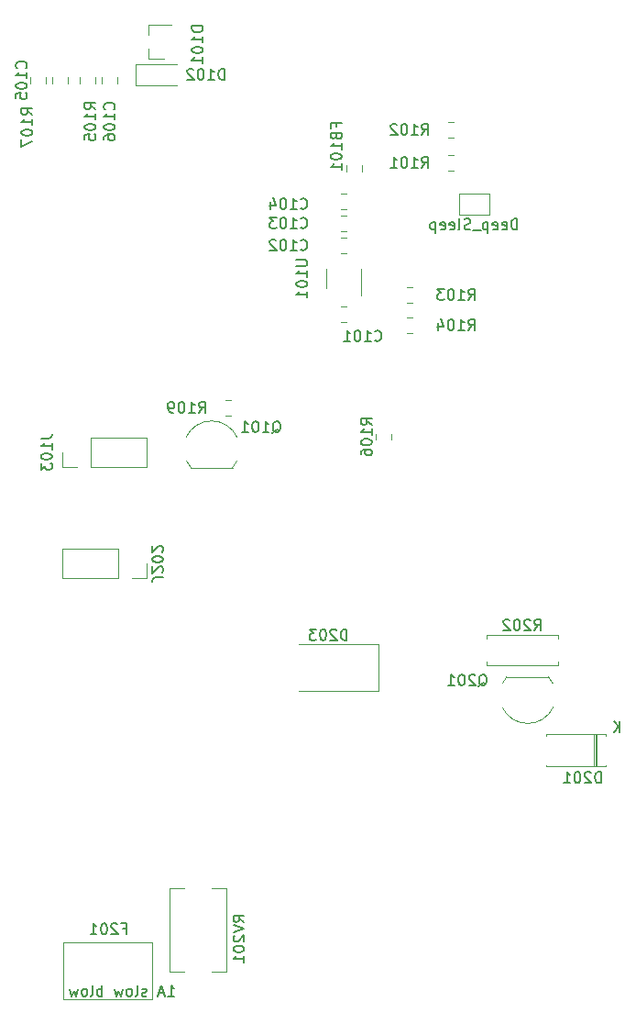
<source format=gbr>
%TF.GenerationSoftware,KiCad,Pcbnew,(5.1.5)-3*%
%TF.CreationDate,2021-07-21T11:08:43+02:00*%
%TF.ProjectId,cece-pcb,63656365-2d70-4636-922e-6b696361645f,rev?*%
%TF.SameCoordinates,Original*%
%TF.FileFunction,Legend,Bot*%
%TF.FilePolarity,Positive*%
%FSLAX46Y46*%
G04 Gerber Fmt 4.6, Leading zero omitted, Abs format (unit mm)*
G04 Created by KiCad (PCBNEW (5.1.5)-3) date 2021-07-21 11:08:43*
%MOMM*%
%LPD*%
G04 APERTURE LIST*
%ADD10C,0.120000*%
%ADD11C,0.150000*%
G04 APERTURE END LIST*
D10*
%TO.C,R109*%
X121921748Y-59488000D02*
X122444252Y-59488000D01*
X121921748Y-60908000D02*
X122444252Y-60908000D01*
%TO.C,Q101*%
X118347617Y-65120264D02*
G75*
G03X118740000Y-65708000I2302383J1112264D01*
G01*
X118293600Y-62909193D02*
G75*
G02X120650000Y-61408000I2356400J-1098807D01*
G01*
X123006400Y-62909193D02*
G75*
G03X120650000Y-61408000I-2356400J-1098807D01*
G01*
X122972631Y-65130045D02*
G75*
G02X122590000Y-65708000I-2322631J1122045D01*
G01*
X122590000Y-65708000D02*
X118740000Y-65708000D01*
%TO.C,R106*%
X135815000Y-63126252D02*
X135815000Y-62603748D01*
X137235000Y-63126252D02*
X137235000Y-62603748D01*
%TO.C,C104*%
X133103252Y-41858000D02*
X132580748Y-41858000D01*
X133103252Y-40438000D02*
X132580748Y-40438000D01*
%TO.C,D102*%
X113624000Y-30464000D02*
X117474000Y-30464000D01*
X113624000Y-28464000D02*
X117474000Y-28464000D01*
X113624000Y-30464000D02*
X113624000Y-28464000D01*
%TO.C,J202*%
X114614000Y-75879000D02*
X114614000Y-74549000D01*
X113284000Y-75879000D02*
X114614000Y-75879000D01*
X112014000Y-75879000D02*
X112014000Y-73219000D01*
X112014000Y-73219000D02*
X106874000Y-73219000D01*
X112014000Y-75879000D02*
X106874000Y-75879000D01*
X106874000Y-75879000D02*
X106874000Y-73219000D01*
%TO.C,J103*%
X106874000Y-64300000D02*
X106874000Y-65630000D01*
X106874000Y-65630000D02*
X108204000Y-65630000D01*
X109474000Y-65630000D02*
X114614000Y-65630000D01*
X114614000Y-62970000D02*
X114614000Y-65630000D01*
X109474000Y-62970000D02*
X114614000Y-62970000D01*
X109474000Y-62970000D02*
X109474000Y-65630000D01*
%TO.C,D101*%
X114810000Y-27996000D02*
X116270000Y-27996000D01*
X114810000Y-24836000D02*
X116970000Y-24836000D01*
X114810000Y-24836000D02*
X114810000Y-25766000D01*
X114810000Y-27996000D02*
X114810000Y-27066000D01*
%TO.C,U101*%
X134452000Y-47360000D02*
X134452000Y-49810000D01*
X131232000Y-49160000D02*
X131232000Y-47360000D01*
%TO.C,RV201*%
X118124000Y-104505000D02*
X116760000Y-104505000D01*
X122000000Y-104505000D02*
X120636000Y-104505000D01*
X118124000Y-112245000D02*
X116760000Y-112245000D01*
X122000000Y-112245000D02*
X120636000Y-112245000D01*
X116760000Y-112245000D02*
X116760000Y-104505000D01*
X122000000Y-112245000D02*
X122000000Y-104505000D01*
%TO.C,R202*%
X146082000Y-83920000D02*
X146082000Y-83590000D01*
X152622000Y-83920000D02*
X146082000Y-83920000D01*
X152622000Y-83590000D02*
X152622000Y-83920000D01*
X146082000Y-81180000D02*
X146082000Y-81510000D01*
X152622000Y-81180000D02*
X146082000Y-81180000D01*
X152622000Y-81510000D02*
X152622000Y-81180000D01*
%TO.C,R107*%
X107390000Y-29710748D02*
X107390000Y-30233252D01*
X105970000Y-29710748D02*
X105970000Y-30233252D01*
%TO.C,R105*%
X109930000Y-29710748D02*
X109930000Y-30233252D01*
X108510000Y-29710748D02*
X108510000Y-30233252D01*
%TO.C,R104*%
X139199252Y-53288000D02*
X138676748Y-53288000D01*
X139199252Y-51868000D02*
X138676748Y-51868000D01*
%TO.C,R103*%
X139199252Y-50494000D02*
X138676748Y-50494000D01*
X139199252Y-49074000D02*
X138676748Y-49074000D01*
%TO.C,R102*%
X143009252Y-35254000D02*
X142486748Y-35254000D01*
X143009252Y-33834000D02*
X142486748Y-33834000D01*
%TO.C,R101*%
X143009252Y-38302000D02*
X142486748Y-38302000D01*
X143009252Y-36882000D02*
X142486748Y-36882000D01*
%TO.C,Q201*%
X152162383Y-85612736D02*
G75*
G03X151770000Y-85025000I-2302383J-1112264D01*
G01*
X152216400Y-87823807D02*
G75*
G02X149860000Y-89325000I-2356400J1098807D01*
G01*
X147503600Y-87823807D02*
G75*
G03X149860000Y-89325000I2356400J1098807D01*
G01*
X147537369Y-85602955D02*
G75*
G02X147920000Y-85025000I2322631J-1122045D01*
G01*
X147920000Y-85025000D02*
X151770000Y-85025000D01*
%TO.C,JP103*%
X146292000Y-40402000D02*
X143492000Y-40402000D01*
X143492000Y-40402000D02*
X143492000Y-42402000D01*
X143492000Y-42402000D02*
X146292000Y-42402000D01*
X146292000Y-42402000D02*
X146292000Y-40402000D01*
%TO.C,FB101*%
X134568000Y-37838748D02*
X134568000Y-38361252D01*
X133148000Y-37838748D02*
X133148000Y-38361252D01*
%TO.C,F201*%
X106918000Y-109505000D02*
X106918000Y-114745000D01*
X115158000Y-109505000D02*
X115158000Y-114745000D01*
X115158000Y-114745000D02*
X106918000Y-114745000D01*
X115158000Y-109505000D02*
X106918000Y-109505000D01*
%TO.C,D203*%
X136045000Y-82035000D02*
X128745000Y-82035000D01*
X136045000Y-86335000D02*
X128745000Y-86335000D01*
X136045000Y-82035000D02*
X136045000Y-86335000D01*
%TO.C,D201*%
X156245000Y-90335000D02*
X156245000Y-93275000D01*
X156005000Y-90335000D02*
X156005000Y-93275000D01*
X156125000Y-90335000D02*
X156125000Y-93275000D01*
X151585000Y-93275000D02*
X151585000Y-93145000D01*
X157025000Y-93275000D02*
X151585000Y-93275000D01*
X157025000Y-93145000D02*
X157025000Y-93275000D01*
X151585000Y-90335000D02*
X151585000Y-90465000D01*
X157025000Y-90335000D02*
X151585000Y-90335000D01*
X157025000Y-90465000D02*
X157025000Y-90335000D01*
%TO.C,C106*%
X111962000Y-29710748D02*
X111962000Y-30233252D01*
X110542000Y-29710748D02*
X110542000Y-30233252D01*
%TO.C,C105*%
X103938000Y-30233252D02*
X103938000Y-29710748D01*
X105358000Y-30233252D02*
X105358000Y-29710748D01*
%TO.C,C103*%
X133103252Y-43890000D02*
X132580748Y-43890000D01*
X133103252Y-42470000D02*
X132580748Y-42470000D01*
%TO.C,C102*%
X133103252Y-45922000D02*
X132580748Y-45922000D01*
X133103252Y-44502000D02*
X132580748Y-44502000D01*
%TO.C,C101*%
X132589748Y-50852000D02*
X133112252Y-50852000D01*
X132589748Y-52272000D02*
X133112252Y-52272000D01*
%TO.C,R109*%
D11*
X119483047Y-60650380D02*
X119816380Y-60174190D01*
X120054476Y-60650380D02*
X120054476Y-59650380D01*
X119673523Y-59650380D01*
X119578285Y-59698000D01*
X119530666Y-59745619D01*
X119483047Y-59840857D01*
X119483047Y-59983714D01*
X119530666Y-60078952D01*
X119578285Y-60126571D01*
X119673523Y-60174190D01*
X120054476Y-60174190D01*
X118530666Y-60650380D02*
X119102095Y-60650380D01*
X118816380Y-60650380D02*
X118816380Y-59650380D01*
X118911619Y-59793238D01*
X119006857Y-59888476D01*
X119102095Y-59936095D01*
X117911619Y-59650380D02*
X117816380Y-59650380D01*
X117721142Y-59698000D01*
X117673523Y-59745619D01*
X117625904Y-59840857D01*
X117578285Y-60031333D01*
X117578285Y-60269428D01*
X117625904Y-60459904D01*
X117673523Y-60555142D01*
X117721142Y-60602761D01*
X117816380Y-60650380D01*
X117911619Y-60650380D01*
X118006857Y-60602761D01*
X118054476Y-60555142D01*
X118102095Y-60459904D01*
X118149714Y-60269428D01*
X118149714Y-60031333D01*
X118102095Y-59840857D01*
X118054476Y-59745619D01*
X118006857Y-59698000D01*
X117911619Y-59650380D01*
X117102095Y-60650380D02*
X116911619Y-60650380D01*
X116816380Y-60602761D01*
X116768761Y-60555142D01*
X116673523Y-60412285D01*
X116625904Y-60221809D01*
X116625904Y-59840857D01*
X116673523Y-59745619D01*
X116721142Y-59698000D01*
X116816380Y-59650380D01*
X117006857Y-59650380D01*
X117102095Y-59698000D01*
X117149714Y-59745619D01*
X117197333Y-59840857D01*
X117197333Y-60078952D01*
X117149714Y-60174190D01*
X117102095Y-60221809D01*
X117006857Y-60269428D01*
X116816380Y-60269428D01*
X116721142Y-60221809D01*
X116673523Y-60174190D01*
X116625904Y-60078952D01*
%TO.C,Q101*%
X126269619Y-62523619D02*
X126364857Y-62476000D01*
X126460095Y-62380761D01*
X126602952Y-62237904D01*
X126698190Y-62190285D01*
X126793428Y-62190285D01*
X126745809Y-62428380D02*
X126841047Y-62380761D01*
X126936285Y-62285523D01*
X126983904Y-62095047D01*
X126983904Y-61761714D01*
X126936285Y-61571238D01*
X126841047Y-61476000D01*
X126745809Y-61428380D01*
X126555333Y-61428380D01*
X126460095Y-61476000D01*
X126364857Y-61571238D01*
X126317238Y-61761714D01*
X126317238Y-62095047D01*
X126364857Y-62285523D01*
X126460095Y-62380761D01*
X126555333Y-62428380D01*
X126745809Y-62428380D01*
X125364857Y-62428380D02*
X125936285Y-62428380D01*
X125650571Y-62428380D02*
X125650571Y-61428380D01*
X125745809Y-61571238D01*
X125841047Y-61666476D01*
X125936285Y-61714095D01*
X124745809Y-61428380D02*
X124650571Y-61428380D01*
X124555333Y-61476000D01*
X124507714Y-61523619D01*
X124460095Y-61618857D01*
X124412476Y-61809333D01*
X124412476Y-62047428D01*
X124460095Y-62237904D01*
X124507714Y-62333142D01*
X124555333Y-62380761D01*
X124650571Y-62428380D01*
X124745809Y-62428380D01*
X124841047Y-62380761D01*
X124888666Y-62333142D01*
X124936285Y-62237904D01*
X124983904Y-62047428D01*
X124983904Y-61809333D01*
X124936285Y-61618857D01*
X124888666Y-61523619D01*
X124841047Y-61476000D01*
X124745809Y-61428380D01*
X123460095Y-62428380D02*
X124031523Y-62428380D01*
X123745809Y-62428380D02*
X123745809Y-61428380D01*
X123841047Y-61571238D01*
X123936285Y-61666476D01*
X124031523Y-61714095D01*
%TO.C,R106*%
X135453380Y-61745952D02*
X134977190Y-61412619D01*
X135453380Y-61174523D02*
X134453380Y-61174523D01*
X134453380Y-61555476D01*
X134501000Y-61650714D01*
X134548619Y-61698333D01*
X134643857Y-61745952D01*
X134786714Y-61745952D01*
X134881952Y-61698333D01*
X134929571Y-61650714D01*
X134977190Y-61555476D01*
X134977190Y-61174523D01*
X135453380Y-62698333D02*
X135453380Y-62126904D01*
X135453380Y-62412619D02*
X134453380Y-62412619D01*
X134596238Y-62317380D01*
X134691476Y-62222142D01*
X134739095Y-62126904D01*
X134453380Y-63317380D02*
X134453380Y-63412619D01*
X134501000Y-63507857D01*
X134548619Y-63555476D01*
X134643857Y-63603095D01*
X134834333Y-63650714D01*
X135072428Y-63650714D01*
X135262904Y-63603095D01*
X135358142Y-63555476D01*
X135405761Y-63507857D01*
X135453380Y-63412619D01*
X135453380Y-63317380D01*
X135405761Y-63222142D01*
X135358142Y-63174523D01*
X135262904Y-63126904D01*
X135072428Y-63079285D01*
X134834333Y-63079285D01*
X134643857Y-63126904D01*
X134548619Y-63174523D01*
X134501000Y-63222142D01*
X134453380Y-63317380D01*
X134453380Y-64507857D02*
X134453380Y-64317380D01*
X134501000Y-64222142D01*
X134548619Y-64174523D01*
X134691476Y-64079285D01*
X134881952Y-64031666D01*
X135262904Y-64031666D01*
X135358142Y-64079285D01*
X135405761Y-64126904D01*
X135453380Y-64222142D01*
X135453380Y-64412619D01*
X135405761Y-64507857D01*
X135358142Y-64555476D01*
X135262904Y-64603095D01*
X135024809Y-64603095D01*
X134929571Y-64555476D01*
X134881952Y-64507857D01*
X134834333Y-64412619D01*
X134834333Y-64222142D01*
X134881952Y-64126904D01*
X134929571Y-64079285D01*
X135024809Y-64031666D01*
%TO.C,C104*%
X128881047Y-41759142D02*
X128928666Y-41806761D01*
X129071523Y-41854380D01*
X129166761Y-41854380D01*
X129309619Y-41806761D01*
X129404857Y-41711523D01*
X129452476Y-41616285D01*
X129500095Y-41425809D01*
X129500095Y-41282952D01*
X129452476Y-41092476D01*
X129404857Y-40997238D01*
X129309619Y-40902000D01*
X129166761Y-40854380D01*
X129071523Y-40854380D01*
X128928666Y-40902000D01*
X128881047Y-40949619D01*
X127928666Y-41854380D02*
X128500095Y-41854380D01*
X128214380Y-41854380D02*
X128214380Y-40854380D01*
X128309619Y-40997238D01*
X128404857Y-41092476D01*
X128500095Y-41140095D01*
X127309619Y-40854380D02*
X127214380Y-40854380D01*
X127119142Y-40902000D01*
X127071523Y-40949619D01*
X127023904Y-41044857D01*
X126976285Y-41235333D01*
X126976285Y-41473428D01*
X127023904Y-41663904D01*
X127071523Y-41759142D01*
X127119142Y-41806761D01*
X127214380Y-41854380D01*
X127309619Y-41854380D01*
X127404857Y-41806761D01*
X127452476Y-41759142D01*
X127500095Y-41663904D01*
X127547714Y-41473428D01*
X127547714Y-41235333D01*
X127500095Y-41044857D01*
X127452476Y-40949619D01*
X127404857Y-40902000D01*
X127309619Y-40854380D01*
X126119142Y-41187714D02*
X126119142Y-41854380D01*
X126357238Y-40806761D02*
X126595333Y-41521047D01*
X125976285Y-41521047D01*
%TO.C,D102*%
X121832476Y-29916380D02*
X121832476Y-28916380D01*
X121594380Y-28916380D01*
X121451523Y-28964000D01*
X121356285Y-29059238D01*
X121308666Y-29154476D01*
X121261047Y-29344952D01*
X121261047Y-29487809D01*
X121308666Y-29678285D01*
X121356285Y-29773523D01*
X121451523Y-29868761D01*
X121594380Y-29916380D01*
X121832476Y-29916380D01*
X120308666Y-29916380D02*
X120880095Y-29916380D01*
X120594380Y-29916380D02*
X120594380Y-28916380D01*
X120689619Y-29059238D01*
X120784857Y-29154476D01*
X120880095Y-29202095D01*
X119689619Y-28916380D02*
X119594380Y-28916380D01*
X119499142Y-28964000D01*
X119451523Y-29011619D01*
X119403904Y-29106857D01*
X119356285Y-29297333D01*
X119356285Y-29535428D01*
X119403904Y-29725904D01*
X119451523Y-29821142D01*
X119499142Y-29868761D01*
X119594380Y-29916380D01*
X119689619Y-29916380D01*
X119784857Y-29868761D01*
X119832476Y-29821142D01*
X119880095Y-29725904D01*
X119927714Y-29535428D01*
X119927714Y-29297333D01*
X119880095Y-29106857D01*
X119832476Y-29011619D01*
X119784857Y-28964000D01*
X119689619Y-28916380D01*
X118975333Y-29011619D02*
X118927714Y-28964000D01*
X118832476Y-28916380D01*
X118594380Y-28916380D01*
X118499142Y-28964000D01*
X118451523Y-29011619D01*
X118403904Y-29106857D01*
X118403904Y-29202095D01*
X118451523Y-29344952D01*
X119022952Y-29916380D01*
X118403904Y-29916380D01*
%TO.C,J202*%
X116161619Y-75834714D02*
X115447333Y-75834714D01*
X115304476Y-75882333D01*
X115209238Y-75977571D01*
X115161619Y-76120428D01*
X115161619Y-76215666D01*
X116066380Y-75406142D02*
X116114000Y-75358523D01*
X116161619Y-75263285D01*
X116161619Y-75025190D01*
X116114000Y-74929952D01*
X116066380Y-74882333D01*
X115971142Y-74834714D01*
X115875904Y-74834714D01*
X115733047Y-74882333D01*
X115161619Y-75453761D01*
X115161619Y-74834714D01*
X116161619Y-74215666D02*
X116161619Y-74120428D01*
X116114000Y-74025190D01*
X116066380Y-73977571D01*
X115971142Y-73929952D01*
X115780666Y-73882333D01*
X115542571Y-73882333D01*
X115352095Y-73929952D01*
X115256857Y-73977571D01*
X115209238Y-74025190D01*
X115161619Y-74120428D01*
X115161619Y-74215666D01*
X115209238Y-74310904D01*
X115256857Y-74358523D01*
X115352095Y-74406142D01*
X115542571Y-74453761D01*
X115780666Y-74453761D01*
X115971142Y-74406142D01*
X116066380Y-74358523D01*
X116114000Y-74310904D01*
X116161619Y-74215666D01*
X116066380Y-73501380D02*
X116114000Y-73453761D01*
X116161619Y-73358523D01*
X116161619Y-73120428D01*
X116114000Y-73025190D01*
X116066380Y-72977571D01*
X115971142Y-72929952D01*
X115875904Y-72929952D01*
X115733047Y-72977571D01*
X115161619Y-73549000D01*
X115161619Y-72929952D01*
%TO.C,J103*%
X104886380Y-63014285D02*
X105600666Y-63014285D01*
X105743523Y-62966666D01*
X105838761Y-62871428D01*
X105886380Y-62728571D01*
X105886380Y-62633333D01*
X105886380Y-64014285D02*
X105886380Y-63442857D01*
X105886380Y-63728571D02*
X104886380Y-63728571D01*
X105029238Y-63633333D01*
X105124476Y-63538095D01*
X105172095Y-63442857D01*
X104886380Y-64633333D02*
X104886380Y-64728571D01*
X104934000Y-64823809D01*
X104981619Y-64871428D01*
X105076857Y-64919047D01*
X105267333Y-64966666D01*
X105505428Y-64966666D01*
X105695904Y-64919047D01*
X105791142Y-64871428D01*
X105838761Y-64823809D01*
X105886380Y-64728571D01*
X105886380Y-64633333D01*
X105838761Y-64538095D01*
X105791142Y-64490476D01*
X105695904Y-64442857D01*
X105505428Y-64395238D01*
X105267333Y-64395238D01*
X105076857Y-64442857D01*
X104981619Y-64490476D01*
X104934000Y-64538095D01*
X104886380Y-64633333D01*
X104886380Y-65300000D02*
X104886380Y-65919047D01*
X105267333Y-65585714D01*
X105267333Y-65728571D01*
X105314952Y-65823809D01*
X105362571Y-65871428D01*
X105457809Y-65919047D01*
X105695904Y-65919047D01*
X105791142Y-65871428D01*
X105838761Y-65823809D01*
X105886380Y-65728571D01*
X105886380Y-65442857D01*
X105838761Y-65347619D01*
X105791142Y-65300000D01*
%TO.C,D101*%
X119832380Y-24979523D02*
X118832380Y-24979523D01*
X118832380Y-25217619D01*
X118880000Y-25360476D01*
X118975238Y-25455714D01*
X119070476Y-25503333D01*
X119260952Y-25550952D01*
X119403809Y-25550952D01*
X119594285Y-25503333D01*
X119689523Y-25455714D01*
X119784761Y-25360476D01*
X119832380Y-25217619D01*
X119832380Y-24979523D01*
X119832380Y-26503333D02*
X119832380Y-25931904D01*
X119832380Y-26217619D02*
X118832380Y-26217619D01*
X118975238Y-26122380D01*
X119070476Y-26027142D01*
X119118095Y-25931904D01*
X118832380Y-27122380D02*
X118832380Y-27217619D01*
X118880000Y-27312857D01*
X118927619Y-27360476D01*
X119022857Y-27408095D01*
X119213333Y-27455714D01*
X119451428Y-27455714D01*
X119641904Y-27408095D01*
X119737142Y-27360476D01*
X119784761Y-27312857D01*
X119832380Y-27217619D01*
X119832380Y-27122380D01*
X119784761Y-27027142D01*
X119737142Y-26979523D01*
X119641904Y-26931904D01*
X119451428Y-26884285D01*
X119213333Y-26884285D01*
X119022857Y-26931904D01*
X118927619Y-26979523D01*
X118880000Y-27027142D01*
X118832380Y-27122380D01*
X119832380Y-28408095D02*
X119832380Y-27836666D01*
X119832380Y-28122380D02*
X118832380Y-28122380D01*
X118975238Y-28027142D01*
X119070476Y-27931904D01*
X119118095Y-27836666D01*
%TO.C,U101*%
X128484380Y-46545714D02*
X129293904Y-46545714D01*
X129389142Y-46593333D01*
X129436761Y-46640952D01*
X129484380Y-46736190D01*
X129484380Y-46926666D01*
X129436761Y-47021904D01*
X129389142Y-47069523D01*
X129293904Y-47117142D01*
X128484380Y-47117142D01*
X129484380Y-48117142D02*
X129484380Y-47545714D01*
X129484380Y-47831428D02*
X128484380Y-47831428D01*
X128627238Y-47736190D01*
X128722476Y-47640952D01*
X128770095Y-47545714D01*
X128484380Y-48736190D02*
X128484380Y-48831428D01*
X128532000Y-48926666D01*
X128579619Y-48974285D01*
X128674857Y-49021904D01*
X128865333Y-49069523D01*
X129103428Y-49069523D01*
X129293904Y-49021904D01*
X129389142Y-48974285D01*
X129436761Y-48926666D01*
X129484380Y-48831428D01*
X129484380Y-48736190D01*
X129436761Y-48640952D01*
X129389142Y-48593333D01*
X129293904Y-48545714D01*
X129103428Y-48498095D01*
X128865333Y-48498095D01*
X128674857Y-48545714D01*
X128579619Y-48593333D01*
X128532000Y-48640952D01*
X128484380Y-48736190D01*
X129484380Y-50021904D02*
X129484380Y-49450476D01*
X129484380Y-49736190D02*
X128484380Y-49736190D01*
X128627238Y-49640952D01*
X128722476Y-49545714D01*
X128770095Y-49450476D01*
%TO.C,RV201*%
X123652380Y-107652380D02*
X123176190Y-107319047D01*
X123652380Y-107080952D02*
X122652380Y-107080952D01*
X122652380Y-107461904D01*
X122700000Y-107557142D01*
X122747619Y-107604761D01*
X122842857Y-107652380D01*
X122985714Y-107652380D01*
X123080952Y-107604761D01*
X123128571Y-107557142D01*
X123176190Y-107461904D01*
X123176190Y-107080952D01*
X122652380Y-107938095D02*
X123652380Y-108271428D01*
X122652380Y-108604761D01*
X122747619Y-108890476D02*
X122700000Y-108938095D01*
X122652380Y-109033333D01*
X122652380Y-109271428D01*
X122700000Y-109366666D01*
X122747619Y-109414285D01*
X122842857Y-109461904D01*
X122938095Y-109461904D01*
X123080952Y-109414285D01*
X123652380Y-108842857D01*
X123652380Y-109461904D01*
X122652380Y-110080952D02*
X122652380Y-110176190D01*
X122700000Y-110271428D01*
X122747619Y-110319047D01*
X122842857Y-110366666D01*
X123033333Y-110414285D01*
X123271428Y-110414285D01*
X123461904Y-110366666D01*
X123557142Y-110319047D01*
X123604761Y-110271428D01*
X123652380Y-110176190D01*
X123652380Y-110080952D01*
X123604761Y-109985714D01*
X123557142Y-109938095D01*
X123461904Y-109890476D01*
X123271428Y-109842857D01*
X123033333Y-109842857D01*
X122842857Y-109890476D01*
X122747619Y-109938095D01*
X122700000Y-109985714D01*
X122652380Y-110080952D01*
X123652380Y-111366666D02*
X123652380Y-110795238D01*
X123652380Y-111080952D02*
X122652380Y-111080952D01*
X122795238Y-110985714D01*
X122890476Y-110890476D01*
X122938095Y-110795238D01*
%TO.C,R202*%
X150471047Y-80716380D02*
X150804380Y-80240190D01*
X151042476Y-80716380D02*
X151042476Y-79716380D01*
X150661523Y-79716380D01*
X150566285Y-79764000D01*
X150518666Y-79811619D01*
X150471047Y-79906857D01*
X150471047Y-80049714D01*
X150518666Y-80144952D01*
X150566285Y-80192571D01*
X150661523Y-80240190D01*
X151042476Y-80240190D01*
X150090095Y-79811619D02*
X150042476Y-79764000D01*
X149947238Y-79716380D01*
X149709142Y-79716380D01*
X149613904Y-79764000D01*
X149566285Y-79811619D01*
X149518666Y-79906857D01*
X149518666Y-80002095D01*
X149566285Y-80144952D01*
X150137714Y-80716380D01*
X149518666Y-80716380D01*
X148899619Y-79716380D02*
X148804380Y-79716380D01*
X148709142Y-79764000D01*
X148661523Y-79811619D01*
X148613904Y-79906857D01*
X148566285Y-80097333D01*
X148566285Y-80335428D01*
X148613904Y-80525904D01*
X148661523Y-80621142D01*
X148709142Y-80668761D01*
X148804380Y-80716380D01*
X148899619Y-80716380D01*
X148994857Y-80668761D01*
X149042476Y-80621142D01*
X149090095Y-80525904D01*
X149137714Y-80335428D01*
X149137714Y-80097333D01*
X149090095Y-79906857D01*
X149042476Y-79811619D01*
X148994857Y-79764000D01*
X148899619Y-79716380D01*
X148185333Y-79811619D02*
X148137714Y-79764000D01*
X148042476Y-79716380D01*
X147804380Y-79716380D01*
X147709142Y-79764000D01*
X147661523Y-79811619D01*
X147613904Y-79906857D01*
X147613904Y-80002095D01*
X147661523Y-80144952D01*
X148232952Y-80716380D01*
X147613904Y-80716380D01*
%TO.C,R107*%
X104084380Y-33170952D02*
X103608190Y-32837619D01*
X104084380Y-32599523D02*
X103084380Y-32599523D01*
X103084380Y-32980476D01*
X103132000Y-33075714D01*
X103179619Y-33123333D01*
X103274857Y-33170952D01*
X103417714Y-33170952D01*
X103512952Y-33123333D01*
X103560571Y-33075714D01*
X103608190Y-32980476D01*
X103608190Y-32599523D01*
X104084380Y-34123333D02*
X104084380Y-33551904D01*
X104084380Y-33837619D02*
X103084380Y-33837619D01*
X103227238Y-33742380D01*
X103322476Y-33647142D01*
X103370095Y-33551904D01*
X103084380Y-34742380D02*
X103084380Y-34837619D01*
X103132000Y-34932857D01*
X103179619Y-34980476D01*
X103274857Y-35028095D01*
X103465333Y-35075714D01*
X103703428Y-35075714D01*
X103893904Y-35028095D01*
X103989142Y-34980476D01*
X104036761Y-34932857D01*
X104084380Y-34837619D01*
X104084380Y-34742380D01*
X104036761Y-34647142D01*
X103989142Y-34599523D01*
X103893904Y-34551904D01*
X103703428Y-34504285D01*
X103465333Y-34504285D01*
X103274857Y-34551904D01*
X103179619Y-34599523D01*
X103132000Y-34647142D01*
X103084380Y-34742380D01*
X103084380Y-35409047D02*
X103084380Y-36075714D01*
X104084380Y-35647142D01*
%TO.C,R105*%
X109926380Y-32662952D02*
X109450190Y-32329619D01*
X109926380Y-32091523D02*
X108926380Y-32091523D01*
X108926380Y-32472476D01*
X108974000Y-32567714D01*
X109021619Y-32615333D01*
X109116857Y-32662952D01*
X109259714Y-32662952D01*
X109354952Y-32615333D01*
X109402571Y-32567714D01*
X109450190Y-32472476D01*
X109450190Y-32091523D01*
X109926380Y-33615333D02*
X109926380Y-33043904D01*
X109926380Y-33329619D02*
X108926380Y-33329619D01*
X109069238Y-33234380D01*
X109164476Y-33139142D01*
X109212095Y-33043904D01*
X108926380Y-34234380D02*
X108926380Y-34329619D01*
X108974000Y-34424857D01*
X109021619Y-34472476D01*
X109116857Y-34520095D01*
X109307333Y-34567714D01*
X109545428Y-34567714D01*
X109735904Y-34520095D01*
X109831142Y-34472476D01*
X109878761Y-34424857D01*
X109926380Y-34329619D01*
X109926380Y-34234380D01*
X109878761Y-34139142D01*
X109831142Y-34091523D01*
X109735904Y-34043904D01*
X109545428Y-33996285D01*
X109307333Y-33996285D01*
X109116857Y-34043904D01*
X109021619Y-34091523D01*
X108974000Y-34139142D01*
X108926380Y-34234380D01*
X108926380Y-35472476D02*
X108926380Y-34996285D01*
X109402571Y-34948666D01*
X109354952Y-34996285D01*
X109307333Y-35091523D01*
X109307333Y-35329619D01*
X109354952Y-35424857D01*
X109402571Y-35472476D01*
X109497809Y-35520095D01*
X109735904Y-35520095D01*
X109831142Y-35472476D01*
X109878761Y-35424857D01*
X109926380Y-35329619D01*
X109926380Y-35091523D01*
X109878761Y-34996285D01*
X109831142Y-34948666D01*
%TO.C,R104*%
X144375047Y-53030380D02*
X144708380Y-52554190D01*
X144946476Y-53030380D02*
X144946476Y-52030380D01*
X144565523Y-52030380D01*
X144470285Y-52078000D01*
X144422666Y-52125619D01*
X144375047Y-52220857D01*
X144375047Y-52363714D01*
X144422666Y-52458952D01*
X144470285Y-52506571D01*
X144565523Y-52554190D01*
X144946476Y-52554190D01*
X143422666Y-53030380D02*
X143994095Y-53030380D01*
X143708380Y-53030380D02*
X143708380Y-52030380D01*
X143803619Y-52173238D01*
X143898857Y-52268476D01*
X143994095Y-52316095D01*
X142803619Y-52030380D02*
X142708380Y-52030380D01*
X142613142Y-52078000D01*
X142565523Y-52125619D01*
X142517904Y-52220857D01*
X142470285Y-52411333D01*
X142470285Y-52649428D01*
X142517904Y-52839904D01*
X142565523Y-52935142D01*
X142613142Y-52982761D01*
X142708380Y-53030380D01*
X142803619Y-53030380D01*
X142898857Y-52982761D01*
X142946476Y-52935142D01*
X142994095Y-52839904D01*
X143041714Y-52649428D01*
X143041714Y-52411333D01*
X142994095Y-52220857D01*
X142946476Y-52125619D01*
X142898857Y-52078000D01*
X142803619Y-52030380D01*
X141613142Y-52363714D02*
X141613142Y-53030380D01*
X141851238Y-51982761D02*
X142089333Y-52697047D01*
X141470285Y-52697047D01*
%TO.C,R103*%
X144375047Y-50236380D02*
X144708380Y-49760190D01*
X144946476Y-50236380D02*
X144946476Y-49236380D01*
X144565523Y-49236380D01*
X144470285Y-49284000D01*
X144422666Y-49331619D01*
X144375047Y-49426857D01*
X144375047Y-49569714D01*
X144422666Y-49664952D01*
X144470285Y-49712571D01*
X144565523Y-49760190D01*
X144946476Y-49760190D01*
X143422666Y-50236380D02*
X143994095Y-50236380D01*
X143708380Y-50236380D02*
X143708380Y-49236380D01*
X143803619Y-49379238D01*
X143898857Y-49474476D01*
X143994095Y-49522095D01*
X142803619Y-49236380D02*
X142708380Y-49236380D01*
X142613142Y-49284000D01*
X142565523Y-49331619D01*
X142517904Y-49426857D01*
X142470285Y-49617333D01*
X142470285Y-49855428D01*
X142517904Y-50045904D01*
X142565523Y-50141142D01*
X142613142Y-50188761D01*
X142708380Y-50236380D01*
X142803619Y-50236380D01*
X142898857Y-50188761D01*
X142946476Y-50141142D01*
X142994095Y-50045904D01*
X143041714Y-49855428D01*
X143041714Y-49617333D01*
X142994095Y-49426857D01*
X142946476Y-49331619D01*
X142898857Y-49284000D01*
X142803619Y-49236380D01*
X142136952Y-49236380D02*
X141517904Y-49236380D01*
X141851238Y-49617333D01*
X141708380Y-49617333D01*
X141613142Y-49664952D01*
X141565523Y-49712571D01*
X141517904Y-49807809D01*
X141517904Y-50045904D01*
X141565523Y-50141142D01*
X141613142Y-50188761D01*
X141708380Y-50236380D01*
X141994095Y-50236380D01*
X142089333Y-50188761D01*
X142136952Y-50141142D01*
%TO.C,R102*%
X140057047Y-34996380D02*
X140390380Y-34520190D01*
X140628476Y-34996380D02*
X140628476Y-33996380D01*
X140247523Y-33996380D01*
X140152285Y-34044000D01*
X140104666Y-34091619D01*
X140057047Y-34186857D01*
X140057047Y-34329714D01*
X140104666Y-34424952D01*
X140152285Y-34472571D01*
X140247523Y-34520190D01*
X140628476Y-34520190D01*
X139104666Y-34996380D02*
X139676095Y-34996380D01*
X139390380Y-34996380D02*
X139390380Y-33996380D01*
X139485619Y-34139238D01*
X139580857Y-34234476D01*
X139676095Y-34282095D01*
X138485619Y-33996380D02*
X138390380Y-33996380D01*
X138295142Y-34044000D01*
X138247523Y-34091619D01*
X138199904Y-34186857D01*
X138152285Y-34377333D01*
X138152285Y-34615428D01*
X138199904Y-34805904D01*
X138247523Y-34901142D01*
X138295142Y-34948761D01*
X138390380Y-34996380D01*
X138485619Y-34996380D01*
X138580857Y-34948761D01*
X138628476Y-34901142D01*
X138676095Y-34805904D01*
X138723714Y-34615428D01*
X138723714Y-34377333D01*
X138676095Y-34186857D01*
X138628476Y-34091619D01*
X138580857Y-34044000D01*
X138485619Y-33996380D01*
X137771333Y-34091619D02*
X137723714Y-34044000D01*
X137628476Y-33996380D01*
X137390380Y-33996380D01*
X137295142Y-34044000D01*
X137247523Y-34091619D01*
X137199904Y-34186857D01*
X137199904Y-34282095D01*
X137247523Y-34424952D01*
X137818952Y-34996380D01*
X137199904Y-34996380D01*
%TO.C,R101*%
X140057047Y-38044380D02*
X140390380Y-37568190D01*
X140628476Y-38044380D02*
X140628476Y-37044380D01*
X140247523Y-37044380D01*
X140152285Y-37092000D01*
X140104666Y-37139619D01*
X140057047Y-37234857D01*
X140057047Y-37377714D01*
X140104666Y-37472952D01*
X140152285Y-37520571D01*
X140247523Y-37568190D01*
X140628476Y-37568190D01*
X139104666Y-38044380D02*
X139676095Y-38044380D01*
X139390380Y-38044380D02*
X139390380Y-37044380D01*
X139485619Y-37187238D01*
X139580857Y-37282476D01*
X139676095Y-37330095D01*
X138485619Y-37044380D02*
X138390380Y-37044380D01*
X138295142Y-37092000D01*
X138247523Y-37139619D01*
X138199904Y-37234857D01*
X138152285Y-37425333D01*
X138152285Y-37663428D01*
X138199904Y-37853904D01*
X138247523Y-37949142D01*
X138295142Y-37996761D01*
X138390380Y-38044380D01*
X138485619Y-38044380D01*
X138580857Y-37996761D01*
X138628476Y-37949142D01*
X138676095Y-37853904D01*
X138723714Y-37663428D01*
X138723714Y-37425333D01*
X138676095Y-37234857D01*
X138628476Y-37139619D01*
X138580857Y-37092000D01*
X138485619Y-37044380D01*
X137199904Y-38044380D02*
X137771333Y-38044380D01*
X137485619Y-38044380D02*
X137485619Y-37044380D01*
X137580857Y-37187238D01*
X137676095Y-37282476D01*
X137771333Y-37330095D01*
%TO.C,Q201*%
X145319619Y-85891619D02*
X145414857Y-85844000D01*
X145510095Y-85748761D01*
X145652952Y-85605904D01*
X145748190Y-85558285D01*
X145843428Y-85558285D01*
X145795809Y-85796380D02*
X145891047Y-85748761D01*
X145986285Y-85653523D01*
X146033904Y-85463047D01*
X146033904Y-85129714D01*
X145986285Y-84939238D01*
X145891047Y-84844000D01*
X145795809Y-84796380D01*
X145605333Y-84796380D01*
X145510095Y-84844000D01*
X145414857Y-84939238D01*
X145367238Y-85129714D01*
X145367238Y-85463047D01*
X145414857Y-85653523D01*
X145510095Y-85748761D01*
X145605333Y-85796380D01*
X145795809Y-85796380D01*
X144986285Y-84891619D02*
X144938666Y-84844000D01*
X144843428Y-84796380D01*
X144605333Y-84796380D01*
X144510095Y-84844000D01*
X144462476Y-84891619D01*
X144414857Y-84986857D01*
X144414857Y-85082095D01*
X144462476Y-85224952D01*
X145033904Y-85796380D01*
X144414857Y-85796380D01*
X143795809Y-84796380D02*
X143700571Y-84796380D01*
X143605333Y-84844000D01*
X143557714Y-84891619D01*
X143510095Y-84986857D01*
X143462476Y-85177333D01*
X143462476Y-85415428D01*
X143510095Y-85605904D01*
X143557714Y-85701142D01*
X143605333Y-85748761D01*
X143700571Y-85796380D01*
X143795809Y-85796380D01*
X143891047Y-85748761D01*
X143938666Y-85701142D01*
X143986285Y-85605904D01*
X144033904Y-85415428D01*
X144033904Y-85177333D01*
X143986285Y-84986857D01*
X143938666Y-84891619D01*
X143891047Y-84844000D01*
X143795809Y-84796380D01*
X142510095Y-85796380D02*
X143081523Y-85796380D01*
X142795809Y-85796380D02*
X142795809Y-84796380D01*
X142891047Y-84939238D01*
X142986285Y-85034476D01*
X143081523Y-85082095D01*
%TO.C,JP103*%
X148892000Y-43754380D02*
X148892000Y-42754380D01*
X148653904Y-42754380D01*
X148511047Y-42802000D01*
X148415809Y-42897238D01*
X148368190Y-42992476D01*
X148320571Y-43182952D01*
X148320571Y-43325809D01*
X148368190Y-43516285D01*
X148415809Y-43611523D01*
X148511047Y-43706761D01*
X148653904Y-43754380D01*
X148892000Y-43754380D01*
X147511047Y-43706761D02*
X147606285Y-43754380D01*
X147796761Y-43754380D01*
X147892000Y-43706761D01*
X147939619Y-43611523D01*
X147939619Y-43230571D01*
X147892000Y-43135333D01*
X147796761Y-43087714D01*
X147606285Y-43087714D01*
X147511047Y-43135333D01*
X147463428Y-43230571D01*
X147463428Y-43325809D01*
X147939619Y-43421047D01*
X146653904Y-43706761D02*
X146749142Y-43754380D01*
X146939619Y-43754380D01*
X147034857Y-43706761D01*
X147082476Y-43611523D01*
X147082476Y-43230571D01*
X147034857Y-43135333D01*
X146939619Y-43087714D01*
X146749142Y-43087714D01*
X146653904Y-43135333D01*
X146606285Y-43230571D01*
X146606285Y-43325809D01*
X147082476Y-43421047D01*
X146177714Y-43087714D02*
X146177714Y-44087714D01*
X146177714Y-43135333D02*
X146082476Y-43087714D01*
X145892000Y-43087714D01*
X145796761Y-43135333D01*
X145749142Y-43182952D01*
X145701523Y-43278190D01*
X145701523Y-43563904D01*
X145749142Y-43659142D01*
X145796761Y-43706761D01*
X145892000Y-43754380D01*
X146082476Y-43754380D01*
X146177714Y-43706761D01*
X145511047Y-43849619D02*
X144749142Y-43849619D01*
X144558666Y-43706761D02*
X144415809Y-43754380D01*
X144177714Y-43754380D01*
X144082476Y-43706761D01*
X144034857Y-43659142D01*
X143987238Y-43563904D01*
X143987238Y-43468666D01*
X144034857Y-43373428D01*
X144082476Y-43325809D01*
X144177714Y-43278190D01*
X144368190Y-43230571D01*
X144463428Y-43182952D01*
X144511047Y-43135333D01*
X144558666Y-43040095D01*
X144558666Y-42944857D01*
X144511047Y-42849619D01*
X144463428Y-42802000D01*
X144368190Y-42754380D01*
X144130095Y-42754380D01*
X143987238Y-42802000D01*
X143415809Y-43754380D02*
X143511047Y-43706761D01*
X143558666Y-43611523D01*
X143558666Y-42754380D01*
X142653904Y-43706761D02*
X142749142Y-43754380D01*
X142939619Y-43754380D01*
X143034857Y-43706761D01*
X143082476Y-43611523D01*
X143082476Y-43230571D01*
X143034857Y-43135333D01*
X142939619Y-43087714D01*
X142749142Y-43087714D01*
X142653904Y-43135333D01*
X142606285Y-43230571D01*
X142606285Y-43325809D01*
X143082476Y-43421047D01*
X141796761Y-43706761D02*
X141892000Y-43754380D01*
X142082476Y-43754380D01*
X142177714Y-43706761D01*
X142225333Y-43611523D01*
X142225333Y-43230571D01*
X142177714Y-43135333D01*
X142082476Y-43087714D01*
X141892000Y-43087714D01*
X141796761Y-43135333D01*
X141749142Y-43230571D01*
X141749142Y-43325809D01*
X142225333Y-43421047D01*
X141320571Y-43087714D02*
X141320571Y-44087714D01*
X141320571Y-43135333D02*
X141225333Y-43087714D01*
X141034857Y-43087714D01*
X140939619Y-43135333D01*
X140892000Y-43182952D01*
X140844380Y-43278190D01*
X140844380Y-43563904D01*
X140892000Y-43659142D01*
X140939619Y-43706761D01*
X141034857Y-43754380D01*
X141225333Y-43754380D01*
X141320571Y-43706761D01*
%TO.C,FB101*%
X132136571Y-34282285D02*
X132136571Y-33948952D01*
X132660380Y-33948952D02*
X131660380Y-33948952D01*
X131660380Y-34425142D01*
X132136571Y-35139428D02*
X132184190Y-35282285D01*
X132231809Y-35329904D01*
X132327047Y-35377523D01*
X132469904Y-35377523D01*
X132565142Y-35329904D01*
X132612761Y-35282285D01*
X132660380Y-35187047D01*
X132660380Y-34806095D01*
X131660380Y-34806095D01*
X131660380Y-35139428D01*
X131708000Y-35234666D01*
X131755619Y-35282285D01*
X131850857Y-35329904D01*
X131946095Y-35329904D01*
X132041333Y-35282285D01*
X132088952Y-35234666D01*
X132136571Y-35139428D01*
X132136571Y-34806095D01*
X132660380Y-36329904D02*
X132660380Y-35758476D01*
X132660380Y-36044190D02*
X131660380Y-36044190D01*
X131803238Y-35948952D01*
X131898476Y-35853714D01*
X131946095Y-35758476D01*
X131660380Y-36948952D02*
X131660380Y-37044190D01*
X131708000Y-37139428D01*
X131755619Y-37187047D01*
X131850857Y-37234666D01*
X132041333Y-37282285D01*
X132279428Y-37282285D01*
X132469904Y-37234666D01*
X132565142Y-37187047D01*
X132612761Y-37139428D01*
X132660380Y-37044190D01*
X132660380Y-36948952D01*
X132612761Y-36853714D01*
X132565142Y-36806095D01*
X132469904Y-36758476D01*
X132279428Y-36710857D01*
X132041333Y-36710857D01*
X131850857Y-36758476D01*
X131755619Y-36806095D01*
X131708000Y-36853714D01*
X131660380Y-36948952D01*
X132660380Y-38234666D02*
X132660380Y-37663238D01*
X132660380Y-37948952D02*
X131660380Y-37948952D01*
X131803238Y-37853714D01*
X131898476Y-37758476D01*
X131946095Y-37663238D01*
%TO.C,F201*%
X112410714Y-108243571D02*
X112744047Y-108243571D01*
X112744047Y-108767380D02*
X112744047Y-107767380D01*
X112267857Y-107767380D01*
X111934523Y-107862619D02*
X111886904Y-107815000D01*
X111791666Y-107767380D01*
X111553571Y-107767380D01*
X111458333Y-107815000D01*
X111410714Y-107862619D01*
X111363095Y-107957857D01*
X111363095Y-108053095D01*
X111410714Y-108195952D01*
X111982142Y-108767380D01*
X111363095Y-108767380D01*
X110744047Y-107767380D02*
X110648809Y-107767380D01*
X110553571Y-107815000D01*
X110505952Y-107862619D01*
X110458333Y-107957857D01*
X110410714Y-108148333D01*
X110410714Y-108386428D01*
X110458333Y-108576904D01*
X110505952Y-108672142D01*
X110553571Y-108719761D01*
X110648809Y-108767380D01*
X110744047Y-108767380D01*
X110839285Y-108719761D01*
X110886904Y-108672142D01*
X110934523Y-108576904D01*
X110982142Y-108386428D01*
X110982142Y-108148333D01*
X110934523Y-107957857D01*
X110886904Y-107862619D01*
X110839285Y-107815000D01*
X110744047Y-107767380D01*
X109458333Y-108767380D02*
X110029761Y-108767380D01*
X109744047Y-108767380D02*
X109744047Y-107767380D01*
X109839285Y-107910238D01*
X109934523Y-108005476D01*
X110029761Y-108053095D01*
X116633095Y-114482380D02*
X117204523Y-114482380D01*
X116918809Y-114482380D02*
X116918809Y-113482380D01*
X117014047Y-113625238D01*
X117109285Y-113720476D01*
X117204523Y-113768095D01*
X116252142Y-114196666D02*
X115775952Y-114196666D01*
X116347380Y-114482380D02*
X116014047Y-113482380D01*
X115680714Y-114482380D01*
X114633095Y-114434761D02*
X114537857Y-114482380D01*
X114347380Y-114482380D01*
X114252142Y-114434761D01*
X114204523Y-114339523D01*
X114204523Y-114291904D01*
X114252142Y-114196666D01*
X114347380Y-114149047D01*
X114490238Y-114149047D01*
X114585476Y-114101428D01*
X114633095Y-114006190D01*
X114633095Y-113958571D01*
X114585476Y-113863333D01*
X114490238Y-113815714D01*
X114347380Y-113815714D01*
X114252142Y-113863333D01*
X113633095Y-114482380D02*
X113728333Y-114434761D01*
X113775952Y-114339523D01*
X113775952Y-113482380D01*
X113109285Y-114482380D02*
X113204523Y-114434761D01*
X113252142Y-114387142D01*
X113299761Y-114291904D01*
X113299761Y-114006190D01*
X113252142Y-113910952D01*
X113204523Y-113863333D01*
X113109285Y-113815714D01*
X112966428Y-113815714D01*
X112871190Y-113863333D01*
X112823571Y-113910952D01*
X112775952Y-114006190D01*
X112775952Y-114291904D01*
X112823571Y-114387142D01*
X112871190Y-114434761D01*
X112966428Y-114482380D01*
X113109285Y-114482380D01*
X112442619Y-113815714D02*
X112252142Y-114482380D01*
X112061666Y-114006190D01*
X111871190Y-114482380D01*
X111680714Y-113815714D01*
X110537857Y-114482380D02*
X110537857Y-113482380D01*
X110537857Y-113863333D02*
X110442619Y-113815714D01*
X110252142Y-113815714D01*
X110156904Y-113863333D01*
X110109285Y-113910952D01*
X110061666Y-114006190D01*
X110061666Y-114291904D01*
X110109285Y-114387142D01*
X110156904Y-114434761D01*
X110252142Y-114482380D01*
X110442619Y-114482380D01*
X110537857Y-114434761D01*
X109490238Y-114482380D02*
X109585476Y-114434761D01*
X109633095Y-114339523D01*
X109633095Y-113482380D01*
X108966428Y-114482380D02*
X109061666Y-114434761D01*
X109109285Y-114387142D01*
X109156904Y-114291904D01*
X109156904Y-114006190D01*
X109109285Y-113910952D01*
X109061666Y-113863333D01*
X108966428Y-113815714D01*
X108823571Y-113815714D01*
X108728333Y-113863333D01*
X108680714Y-113910952D01*
X108633095Y-114006190D01*
X108633095Y-114291904D01*
X108680714Y-114387142D01*
X108728333Y-114434761D01*
X108823571Y-114482380D01*
X108966428Y-114482380D01*
X108299761Y-113815714D02*
X108109285Y-114482380D01*
X107918809Y-114006190D01*
X107728333Y-114482380D01*
X107537857Y-113815714D01*
%TO.C,D203*%
X133135476Y-81637380D02*
X133135476Y-80637380D01*
X132897380Y-80637380D01*
X132754523Y-80685000D01*
X132659285Y-80780238D01*
X132611666Y-80875476D01*
X132564047Y-81065952D01*
X132564047Y-81208809D01*
X132611666Y-81399285D01*
X132659285Y-81494523D01*
X132754523Y-81589761D01*
X132897380Y-81637380D01*
X133135476Y-81637380D01*
X132183095Y-80732619D02*
X132135476Y-80685000D01*
X132040238Y-80637380D01*
X131802142Y-80637380D01*
X131706904Y-80685000D01*
X131659285Y-80732619D01*
X131611666Y-80827857D01*
X131611666Y-80923095D01*
X131659285Y-81065952D01*
X132230714Y-81637380D01*
X131611666Y-81637380D01*
X130992619Y-80637380D02*
X130897380Y-80637380D01*
X130802142Y-80685000D01*
X130754523Y-80732619D01*
X130706904Y-80827857D01*
X130659285Y-81018333D01*
X130659285Y-81256428D01*
X130706904Y-81446904D01*
X130754523Y-81542142D01*
X130802142Y-81589761D01*
X130897380Y-81637380D01*
X130992619Y-81637380D01*
X131087857Y-81589761D01*
X131135476Y-81542142D01*
X131183095Y-81446904D01*
X131230714Y-81256428D01*
X131230714Y-81018333D01*
X131183095Y-80827857D01*
X131135476Y-80732619D01*
X131087857Y-80685000D01*
X130992619Y-80637380D01*
X130325952Y-80637380D02*
X129706904Y-80637380D01*
X130040238Y-81018333D01*
X129897380Y-81018333D01*
X129802142Y-81065952D01*
X129754523Y-81113571D01*
X129706904Y-81208809D01*
X129706904Y-81446904D01*
X129754523Y-81542142D01*
X129802142Y-81589761D01*
X129897380Y-81637380D01*
X130183095Y-81637380D01*
X130278333Y-81589761D01*
X130325952Y-81542142D01*
%TO.C,D201*%
X156630476Y-94797380D02*
X156630476Y-93797380D01*
X156392380Y-93797380D01*
X156249523Y-93845000D01*
X156154285Y-93940238D01*
X156106666Y-94035476D01*
X156059047Y-94225952D01*
X156059047Y-94368809D01*
X156106666Y-94559285D01*
X156154285Y-94654523D01*
X156249523Y-94749761D01*
X156392380Y-94797380D01*
X156630476Y-94797380D01*
X155678095Y-93892619D02*
X155630476Y-93845000D01*
X155535238Y-93797380D01*
X155297142Y-93797380D01*
X155201904Y-93845000D01*
X155154285Y-93892619D01*
X155106666Y-93987857D01*
X155106666Y-94083095D01*
X155154285Y-94225952D01*
X155725714Y-94797380D01*
X155106666Y-94797380D01*
X154487619Y-93797380D02*
X154392380Y-93797380D01*
X154297142Y-93845000D01*
X154249523Y-93892619D01*
X154201904Y-93987857D01*
X154154285Y-94178333D01*
X154154285Y-94416428D01*
X154201904Y-94606904D01*
X154249523Y-94702142D01*
X154297142Y-94749761D01*
X154392380Y-94797380D01*
X154487619Y-94797380D01*
X154582857Y-94749761D01*
X154630476Y-94702142D01*
X154678095Y-94606904D01*
X154725714Y-94416428D01*
X154725714Y-94178333D01*
X154678095Y-93987857D01*
X154630476Y-93892619D01*
X154582857Y-93845000D01*
X154487619Y-93797380D01*
X153201904Y-94797380D02*
X153773333Y-94797380D01*
X153487619Y-94797380D02*
X153487619Y-93797380D01*
X153582857Y-93940238D01*
X153678095Y-94035476D01*
X153773333Y-94083095D01*
X158376904Y-90157380D02*
X158376904Y-89157380D01*
X157805476Y-90157380D02*
X158234047Y-89585952D01*
X157805476Y-89157380D02*
X158376904Y-89728809D01*
%TO.C,C106*%
X111609142Y-32662952D02*
X111656761Y-32615333D01*
X111704380Y-32472476D01*
X111704380Y-32377238D01*
X111656761Y-32234380D01*
X111561523Y-32139142D01*
X111466285Y-32091523D01*
X111275809Y-32043904D01*
X111132952Y-32043904D01*
X110942476Y-32091523D01*
X110847238Y-32139142D01*
X110752000Y-32234380D01*
X110704380Y-32377238D01*
X110704380Y-32472476D01*
X110752000Y-32615333D01*
X110799619Y-32662952D01*
X111704380Y-33615333D02*
X111704380Y-33043904D01*
X111704380Y-33329619D02*
X110704380Y-33329619D01*
X110847238Y-33234380D01*
X110942476Y-33139142D01*
X110990095Y-33043904D01*
X110704380Y-34234380D02*
X110704380Y-34329619D01*
X110752000Y-34424857D01*
X110799619Y-34472476D01*
X110894857Y-34520095D01*
X111085333Y-34567714D01*
X111323428Y-34567714D01*
X111513904Y-34520095D01*
X111609142Y-34472476D01*
X111656761Y-34424857D01*
X111704380Y-34329619D01*
X111704380Y-34234380D01*
X111656761Y-34139142D01*
X111609142Y-34091523D01*
X111513904Y-34043904D01*
X111323428Y-33996285D01*
X111085333Y-33996285D01*
X110894857Y-34043904D01*
X110799619Y-34091523D01*
X110752000Y-34139142D01*
X110704380Y-34234380D01*
X110704380Y-35424857D02*
X110704380Y-35234380D01*
X110752000Y-35139142D01*
X110799619Y-35091523D01*
X110942476Y-34996285D01*
X111132952Y-34948666D01*
X111513904Y-34948666D01*
X111609142Y-34996285D01*
X111656761Y-35043904D01*
X111704380Y-35139142D01*
X111704380Y-35329619D01*
X111656761Y-35424857D01*
X111609142Y-35472476D01*
X111513904Y-35520095D01*
X111275809Y-35520095D01*
X111180571Y-35472476D01*
X111132952Y-35424857D01*
X111085333Y-35329619D01*
X111085333Y-35139142D01*
X111132952Y-35043904D01*
X111180571Y-34996285D01*
X111275809Y-34948666D01*
%TO.C,C105*%
X103481142Y-28852952D02*
X103528761Y-28805333D01*
X103576380Y-28662476D01*
X103576380Y-28567238D01*
X103528761Y-28424380D01*
X103433523Y-28329142D01*
X103338285Y-28281523D01*
X103147809Y-28233904D01*
X103004952Y-28233904D01*
X102814476Y-28281523D01*
X102719238Y-28329142D01*
X102624000Y-28424380D01*
X102576380Y-28567238D01*
X102576380Y-28662476D01*
X102624000Y-28805333D01*
X102671619Y-28852952D01*
X103576380Y-29805333D02*
X103576380Y-29233904D01*
X103576380Y-29519619D02*
X102576380Y-29519619D01*
X102719238Y-29424380D01*
X102814476Y-29329142D01*
X102862095Y-29233904D01*
X102576380Y-30424380D02*
X102576380Y-30519619D01*
X102624000Y-30614857D01*
X102671619Y-30662476D01*
X102766857Y-30710095D01*
X102957333Y-30757714D01*
X103195428Y-30757714D01*
X103385904Y-30710095D01*
X103481142Y-30662476D01*
X103528761Y-30614857D01*
X103576380Y-30519619D01*
X103576380Y-30424380D01*
X103528761Y-30329142D01*
X103481142Y-30281523D01*
X103385904Y-30233904D01*
X103195428Y-30186285D01*
X102957333Y-30186285D01*
X102766857Y-30233904D01*
X102671619Y-30281523D01*
X102624000Y-30329142D01*
X102576380Y-30424380D01*
X102576380Y-31662476D02*
X102576380Y-31186285D01*
X103052571Y-31138666D01*
X103004952Y-31186285D01*
X102957333Y-31281523D01*
X102957333Y-31519619D01*
X103004952Y-31614857D01*
X103052571Y-31662476D01*
X103147809Y-31710095D01*
X103385904Y-31710095D01*
X103481142Y-31662476D01*
X103528761Y-31614857D01*
X103576380Y-31519619D01*
X103576380Y-31281523D01*
X103528761Y-31186285D01*
X103481142Y-31138666D01*
%TO.C,C103*%
X128881047Y-43537142D02*
X128928666Y-43584761D01*
X129071523Y-43632380D01*
X129166761Y-43632380D01*
X129309619Y-43584761D01*
X129404857Y-43489523D01*
X129452476Y-43394285D01*
X129500095Y-43203809D01*
X129500095Y-43060952D01*
X129452476Y-42870476D01*
X129404857Y-42775238D01*
X129309619Y-42680000D01*
X129166761Y-42632380D01*
X129071523Y-42632380D01*
X128928666Y-42680000D01*
X128881047Y-42727619D01*
X127928666Y-43632380D02*
X128500095Y-43632380D01*
X128214380Y-43632380D02*
X128214380Y-42632380D01*
X128309619Y-42775238D01*
X128404857Y-42870476D01*
X128500095Y-42918095D01*
X127309619Y-42632380D02*
X127214380Y-42632380D01*
X127119142Y-42680000D01*
X127071523Y-42727619D01*
X127023904Y-42822857D01*
X126976285Y-43013333D01*
X126976285Y-43251428D01*
X127023904Y-43441904D01*
X127071523Y-43537142D01*
X127119142Y-43584761D01*
X127214380Y-43632380D01*
X127309619Y-43632380D01*
X127404857Y-43584761D01*
X127452476Y-43537142D01*
X127500095Y-43441904D01*
X127547714Y-43251428D01*
X127547714Y-43013333D01*
X127500095Y-42822857D01*
X127452476Y-42727619D01*
X127404857Y-42680000D01*
X127309619Y-42632380D01*
X126642952Y-42632380D02*
X126023904Y-42632380D01*
X126357238Y-43013333D01*
X126214380Y-43013333D01*
X126119142Y-43060952D01*
X126071523Y-43108571D01*
X126023904Y-43203809D01*
X126023904Y-43441904D01*
X126071523Y-43537142D01*
X126119142Y-43584761D01*
X126214380Y-43632380D01*
X126500095Y-43632380D01*
X126595333Y-43584761D01*
X126642952Y-43537142D01*
%TO.C,C102*%
X128881047Y-45569142D02*
X128928666Y-45616761D01*
X129071523Y-45664380D01*
X129166761Y-45664380D01*
X129309619Y-45616761D01*
X129404857Y-45521523D01*
X129452476Y-45426285D01*
X129500095Y-45235809D01*
X129500095Y-45092952D01*
X129452476Y-44902476D01*
X129404857Y-44807238D01*
X129309619Y-44712000D01*
X129166761Y-44664380D01*
X129071523Y-44664380D01*
X128928666Y-44712000D01*
X128881047Y-44759619D01*
X127928666Y-45664380D02*
X128500095Y-45664380D01*
X128214380Y-45664380D02*
X128214380Y-44664380D01*
X128309619Y-44807238D01*
X128404857Y-44902476D01*
X128500095Y-44950095D01*
X127309619Y-44664380D02*
X127214380Y-44664380D01*
X127119142Y-44712000D01*
X127071523Y-44759619D01*
X127023904Y-44854857D01*
X126976285Y-45045333D01*
X126976285Y-45283428D01*
X127023904Y-45473904D01*
X127071523Y-45569142D01*
X127119142Y-45616761D01*
X127214380Y-45664380D01*
X127309619Y-45664380D01*
X127404857Y-45616761D01*
X127452476Y-45569142D01*
X127500095Y-45473904D01*
X127547714Y-45283428D01*
X127547714Y-45045333D01*
X127500095Y-44854857D01*
X127452476Y-44759619D01*
X127404857Y-44712000D01*
X127309619Y-44664380D01*
X126595333Y-44759619D02*
X126547714Y-44712000D01*
X126452476Y-44664380D01*
X126214380Y-44664380D01*
X126119142Y-44712000D01*
X126071523Y-44759619D01*
X126023904Y-44854857D01*
X126023904Y-44950095D01*
X126071523Y-45092952D01*
X126642952Y-45664380D01*
X126023904Y-45664380D01*
%TO.C,C101*%
X135739047Y-53951142D02*
X135786666Y-53998761D01*
X135929523Y-54046380D01*
X136024761Y-54046380D01*
X136167619Y-53998761D01*
X136262857Y-53903523D01*
X136310476Y-53808285D01*
X136358095Y-53617809D01*
X136358095Y-53474952D01*
X136310476Y-53284476D01*
X136262857Y-53189238D01*
X136167619Y-53094000D01*
X136024761Y-53046380D01*
X135929523Y-53046380D01*
X135786666Y-53094000D01*
X135739047Y-53141619D01*
X134786666Y-54046380D02*
X135358095Y-54046380D01*
X135072380Y-54046380D02*
X135072380Y-53046380D01*
X135167619Y-53189238D01*
X135262857Y-53284476D01*
X135358095Y-53332095D01*
X134167619Y-53046380D02*
X134072380Y-53046380D01*
X133977142Y-53094000D01*
X133929523Y-53141619D01*
X133881904Y-53236857D01*
X133834285Y-53427333D01*
X133834285Y-53665428D01*
X133881904Y-53855904D01*
X133929523Y-53951142D01*
X133977142Y-53998761D01*
X134072380Y-54046380D01*
X134167619Y-54046380D01*
X134262857Y-53998761D01*
X134310476Y-53951142D01*
X134358095Y-53855904D01*
X134405714Y-53665428D01*
X134405714Y-53427333D01*
X134358095Y-53236857D01*
X134310476Y-53141619D01*
X134262857Y-53094000D01*
X134167619Y-53046380D01*
X132881904Y-54046380D02*
X133453333Y-54046380D01*
X133167619Y-54046380D02*
X133167619Y-53046380D01*
X133262857Y-53189238D01*
X133358095Y-53284476D01*
X133453333Y-53332095D01*
%TD*%
M02*

</source>
